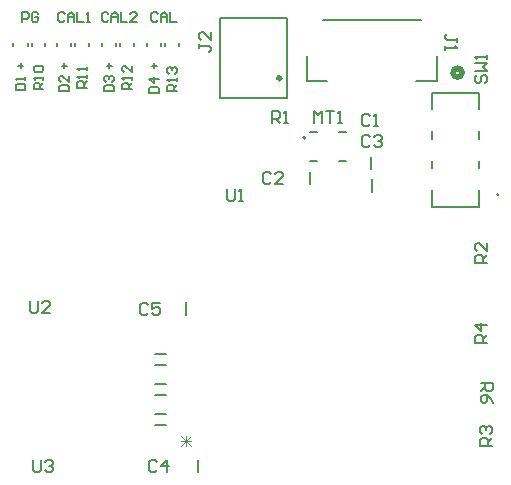
<source format=gto>
G04*
G04 #@! TF.GenerationSoftware,Altium Limited,Altium Designer,25.8.1 (18)*
G04*
G04 Layer_Color=65535*
%FSLAX25Y25*%
%MOIN*%
G70*
G04*
G04 #@! TF.SameCoordinates,9ED927D4-040A-4753-B034-1DC7637F36AC*
G04*
G04*
G04 #@! TF.FilePolarity,Positive*
G04*
G01*
G75*
%ADD10C,0.00787*%
%ADD11C,0.00600*%
%ADD12C,0.02000*%
%ADD13C,0.01575*%
%ADD14C,0.00500*%
%ADD15C,0.00500*%
%ADD16C,0.00300*%
%ADD17C,0.00630*%
%ADD18C,0.00800*%
D10*
X202020Y216453D02*
G03*
X202020Y216453I-394J0D01*
G01*
X153900Y247106D02*
Y247894D01*
X149100Y247106D02*
Y247894D01*
X162000Y157433D02*
Y161567D01*
X173319Y229811D02*
X195681D01*
X173319D02*
Y256189D01*
X195681D01*
Y229811D02*
Y256189D01*
X223937Y205933D02*
Y210067D01*
X203437Y200933D02*
Y205067D01*
X224000Y198433D02*
Y202567D01*
X166000Y104933D02*
Y109067D01*
X109400Y247106D02*
Y247894D01*
X104600Y247106D02*
Y247894D01*
X123900Y247106D02*
Y247894D01*
X119100Y247106D02*
Y247894D01*
X138900Y247106D02*
Y247894D01*
X134100Y247106D02*
Y247894D01*
D11*
X266300Y197500D02*
G03*
X266300Y197500I-300J0D01*
G01*
X151900Y144400D02*
X155400D01*
X151900Y134400D02*
X155400D01*
X151900Y124400D02*
X155400D01*
X151900Y140600D02*
X155400D01*
X151900Y130600D02*
X155400D01*
X151900Y120600D02*
X155400D01*
X244200Y193500D02*
Y198997D01*
Y206317D02*
Y208840D01*
Y216160D02*
Y218683D01*
X259800Y226003D02*
Y231500D01*
Y216160D02*
Y218683D01*
Y206317D02*
Y208840D01*
Y193500D02*
Y198997D01*
X244200Y193500D02*
X259800D01*
X244200Y226003D02*
Y231500D01*
X259800D01*
X155250Y246961D02*
Y248039D01*
X159750Y246961D02*
Y248039D01*
X207673Y255550D02*
X240327D01*
X202350Y235450D02*
Y243809D01*
Y235450D02*
X209187D01*
X245650D02*
Y243809D01*
X238813Y235450D02*
X245650D01*
X110750Y246961D02*
Y248039D01*
X115250Y246961D02*
Y248039D01*
X125250Y246961D02*
Y248039D01*
X129750Y246961D02*
Y248039D01*
X140250Y246961D02*
Y248039D01*
X144750Y246961D02*
Y248039D01*
D12*
X254150Y238115D02*
G03*
X254150Y238115I-1500J0D01*
G01*
D13*
X193555Y236307D02*
G03*
X193555Y236307I-394J0D01*
G01*
D14*
X203594Y208579D02*
Y208795D01*
Y218205D02*
Y218421D01*
X213221Y208579D02*
X215406D01*
X203594D02*
X205780D01*
X215406D02*
Y208795D01*
Y218205D02*
Y218421D01*
X213221D02*
X215406D01*
X203594D02*
X205780D01*
D15*
X151518Y241201D02*
Y239601D01*
X152318Y240401D02*
X150719D01*
X107018Y241201D02*
Y239601D01*
X107818Y240401D02*
X106219D01*
X121519Y241201D02*
Y239601D01*
X122318Y240401D02*
X120719D01*
X136519Y241201D02*
Y239601D01*
X137318Y240401D02*
X135719D01*
D16*
X160435Y113750D02*
X163767Y117082D01*
Y113750D02*
X160435Y117082D01*
X162101Y113750D02*
Y117082D01*
X163767Y115416D02*
X160435D01*
D17*
X152729Y257754D02*
X152205Y258279D01*
X151155D01*
X150630Y257754D01*
Y255655D01*
X151155Y255130D01*
X152205D01*
X152729Y255655D01*
X153779Y255130D02*
Y257229D01*
X154829Y258279D01*
X155878Y257229D01*
Y255130D01*
Y256704D01*
X153779D01*
X156928Y258279D02*
Y255130D01*
X159027D01*
X136229Y257754D02*
X135705Y258279D01*
X134655D01*
X134130Y257754D01*
Y255655D01*
X134655Y255130D01*
X135705D01*
X136229Y255655D01*
X137279Y255130D02*
Y257229D01*
X138329Y258279D01*
X139378Y257229D01*
Y255130D01*
Y256704D01*
X137279D01*
X140428Y258279D02*
Y255130D01*
X142527D01*
X145676D02*
X143577D01*
X145676Y257229D01*
Y257754D01*
X145151Y258279D01*
X144102D01*
X143577Y257754D01*
X121729D02*
X121204Y258279D01*
X120155D01*
X119630Y257754D01*
Y255655D01*
X120155Y255130D01*
X121204D01*
X121729Y255655D01*
X122779Y255130D02*
Y257229D01*
X123829Y258279D01*
X124878Y257229D01*
Y255130D01*
Y256704D01*
X122779D01*
X125928Y258279D02*
Y255130D01*
X128027D01*
X129077D02*
X130127D01*
X129602D01*
Y258279D01*
X129077Y257754D01*
X107630Y255130D02*
Y258279D01*
X109204D01*
X109729Y257754D01*
Y256704D01*
X109204Y256180D01*
X107630D01*
X112878Y257754D02*
X112354Y258279D01*
X111304D01*
X110779Y257754D01*
Y255655D01*
X111304Y255130D01*
X112354D01*
X112878Y255655D01*
Y256704D01*
X111829D01*
X159074Y232064D02*
X155926D01*
Y233638D01*
X156450Y234163D01*
X157500D01*
X158025Y233638D01*
Y232064D01*
Y233113D02*
X159074Y234163D01*
Y235213D02*
Y236262D01*
Y235738D01*
X155926D01*
X156450Y235213D01*
Y237837D02*
X155926Y238362D01*
Y239411D01*
X156450Y239936D01*
X156975D01*
X157500Y239411D01*
Y238887D01*
Y239411D01*
X158025Y239936D01*
X158550D01*
X159074Y239411D01*
Y238362D01*
X158550Y237837D01*
X144074Y232564D02*
X140926D01*
Y234138D01*
X141450Y234663D01*
X142500D01*
X143025Y234138D01*
Y232564D01*
Y233613D02*
X144074Y234663D01*
Y235713D02*
Y236762D01*
Y236238D01*
X140926D01*
X141450Y235713D01*
X144074Y240436D02*
Y238337D01*
X141975Y240436D01*
X141450D01*
X140926Y239911D01*
Y238862D01*
X141450Y238337D01*
X129075Y233089D02*
X125926D01*
Y234663D01*
X126450Y235188D01*
X127500D01*
X128025Y234663D01*
Y233089D01*
Y234138D02*
X129075Y235188D01*
Y236238D02*
Y237287D01*
Y236762D01*
X125926D01*
X126450Y236238D01*
X129075Y238862D02*
Y239911D01*
Y239387D01*
X125926D01*
X126450Y238862D01*
X114575Y232564D02*
X111425D01*
Y234138D01*
X111950Y234663D01*
X113000D01*
X113525Y234138D01*
Y232564D01*
Y233613D02*
X114575Y234663D01*
Y235713D02*
Y236762D01*
Y236238D01*
X111425D01*
X111950Y235713D01*
Y238337D02*
X111425Y238862D01*
Y239911D01*
X111950Y240436D01*
X114050D01*
X114575Y239911D01*
Y238862D01*
X114050Y238337D01*
X111950D01*
X149925Y231376D02*
X153075D01*
Y232950D01*
X152550Y233475D01*
X150450D01*
X149925Y232950D01*
Y231376D01*
X153075Y236099D02*
X149925D01*
X151500Y234525D01*
Y236624D01*
X134925Y231876D02*
X138075D01*
Y233450D01*
X137550Y233975D01*
X135450D01*
X134925Y233450D01*
Y231876D01*
X135450Y235025D02*
X134925Y235550D01*
Y236599D01*
X135450Y237124D01*
X135975D01*
X136500Y236599D01*
Y236074D01*
Y236599D01*
X137025Y237124D01*
X137550D01*
X138075Y236599D01*
Y235550D01*
X137550Y235025D01*
X119925Y231876D02*
X123074D01*
Y233450D01*
X122550Y233975D01*
X120450D01*
X119925Y233450D01*
Y231876D01*
X123074Y237124D02*
Y235025D01*
X120975Y237124D01*
X120450D01*
X119925Y236599D01*
Y235550D01*
X120450Y235025D01*
X105426Y232401D02*
X108574D01*
Y233975D01*
X108050Y234500D01*
X105950D01*
X105426Y233975D01*
Y232401D01*
X108574Y235550D02*
Y236599D01*
Y236074D01*
X105426D01*
X105950Y235550D01*
D18*
X259167Y237501D02*
X258501Y236834D01*
Y235501D01*
X259167Y234835D01*
X259834D01*
X260500Y235501D01*
Y236834D01*
X261166Y237501D01*
X261833D01*
X262499Y236834D01*
Y235501D01*
X261833Y234835D01*
X258501Y238834D02*
X262499D01*
X261166Y240166D01*
X262499Y241499D01*
X258501D01*
X262499Y242832D02*
Y244165D01*
Y243499D01*
X258501D01*
X259167Y242832D01*
X262499Y148168D02*
X258501D01*
Y150167D01*
X259167Y150833D01*
X260500D01*
X261166Y150167D01*
Y148168D01*
Y149501D02*
X262499Y150833D01*
Y154166D02*
X258501D01*
X260500Y152166D01*
Y154832D01*
X262499Y174668D02*
X258501D01*
Y176667D01*
X259167Y177333D01*
X260500D01*
X261166Y176667D01*
Y174668D01*
Y176001D02*
X262499Y177333D01*
Y181332D02*
Y178666D01*
X259834Y181332D01*
X259167D01*
X258501Y180666D01*
Y179333D01*
X259167Y178666D01*
X111168Y108999D02*
Y105667D01*
X111834Y105001D01*
X113167D01*
X113833Y105667D01*
Y108999D01*
X115166Y108333D02*
X115833Y108999D01*
X117166D01*
X117832Y108333D01*
Y107667D01*
X117166Y107000D01*
X116499D01*
X117166D01*
X117832Y106333D01*
Y105667D01*
X117166Y105001D01*
X115833D01*
X115166Y105667D01*
X110168Y161999D02*
Y158667D01*
X110834Y158001D01*
X112167D01*
X112833Y158667D01*
Y161999D01*
X116832Y158001D02*
X114166D01*
X116832Y160667D01*
Y161333D01*
X116166Y161999D01*
X114833D01*
X114166Y161333D01*
X175834Y199499D02*
Y196167D01*
X176501Y195501D01*
X177833D01*
X178500Y196167D01*
Y199499D01*
X179833Y195501D02*
X181166D01*
X180499D01*
Y199499D01*
X179833Y198833D01*
X260501Y134832D02*
X264499D01*
Y132833D01*
X263833Y132167D01*
X262500D01*
X261834Y132833D01*
Y134832D01*
Y133499D02*
X260501Y132167D01*
X264499Y128168D02*
X263833Y129501D01*
X262500Y130833D01*
X261167D01*
X260501Y130167D01*
Y128834D01*
X261167Y128168D01*
X261834D01*
X262500Y128834D01*
Y130833D01*
X263999Y113668D02*
X260001D01*
Y115667D01*
X260667Y116333D01*
X262000D01*
X262666Y115667D01*
Y113668D01*
Y115001D02*
X263999Y116333D01*
X260667Y117666D02*
X260001Y118333D01*
Y119666D01*
X260667Y120332D01*
X261334D01*
X262000Y119666D01*
Y118999D01*
Y119666D01*
X262666Y120332D01*
X263333D01*
X263999Y119666D01*
Y118333D01*
X263333Y117666D01*
X190834Y221501D02*
Y225499D01*
X192833D01*
X193500Y224833D01*
Y223500D01*
X192833Y222834D01*
X190834D01*
X192167D02*
X193500Y221501D01*
X194833D02*
X196166D01*
X195499D01*
Y225499D01*
X194833Y224833D01*
X204835Y221501D02*
Y225499D01*
X206168Y224166D01*
X207501Y225499D01*
Y221501D01*
X208834Y225499D02*
X211499D01*
X210166D01*
Y221501D01*
X212832D02*
X214165D01*
X213499D01*
Y225499D01*
X212832Y224833D01*
X252499Y248500D02*
Y249833D01*
Y249166D01*
X249167D01*
X248501Y249833D01*
Y250499D01*
X249167Y251166D01*
X248501Y247167D02*
Y245834D01*
Y246501D01*
X252499D01*
X251833Y247167D01*
X166501Y247834D02*
Y246501D01*
Y247167D01*
X169833D01*
X170499Y246501D01*
Y245834D01*
X169833Y245168D01*
X170499Y251832D02*
Y249166D01*
X167833Y251832D01*
X167167D01*
X166501Y251166D01*
Y249833D01*
X167167Y249166D01*
X149334Y160833D02*
X148667Y161499D01*
X147334D01*
X146668Y160833D01*
Y158167D01*
X147334Y157501D01*
X148667D01*
X149334Y158167D01*
X153332Y161499D02*
X150666D01*
Y159500D01*
X151999Y160167D01*
X152666D01*
X153332Y159500D01*
Y158167D01*
X152666Y157501D01*
X151333D01*
X150666Y158167D01*
X152333Y108333D02*
X151667Y108999D01*
X150334D01*
X149668Y108333D01*
Y105667D01*
X150334Y105001D01*
X151667D01*
X152333Y105667D01*
X155666Y105001D02*
Y108999D01*
X153666Y107000D01*
X156332D01*
X223334Y216833D02*
X222667Y217499D01*
X221334D01*
X220668Y216833D01*
Y214167D01*
X221334Y213501D01*
X222667D01*
X223334Y214167D01*
X224667Y216833D02*
X225333Y217499D01*
X226666D01*
X227332Y216833D01*
Y216166D01*
X226666Y215500D01*
X225999D01*
X226666D01*
X227332Y214834D01*
Y214167D01*
X226666Y213501D01*
X225333D01*
X224667Y214167D01*
X190333Y204333D02*
X189667Y204999D01*
X188334D01*
X187668Y204333D01*
Y201667D01*
X188334Y201001D01*
X189667D01*
X190333Y201667D01*
X194332Y201001D02*
X191666D01*
X194332Y203666D01*
Y204333D01*
X193666Y204999D01*
X192333D01*
X191666Y204333D01*
X223500Y223833D02*
X222834Y224499D01*
X221501D01*
X220834Y223833D01*
Y221167D01*
X221501Y220501D01*
X222834D01*
X223500Y221167D01*
X224833Y220501D02*
X226166D01*
X225499D01*
Y224499D01*
X224833Y223833D01*
M02*

</source>
